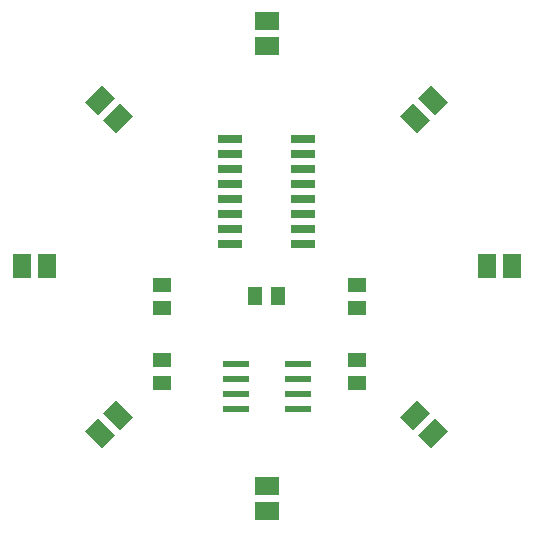
<source format=gtp>
G75*
%MOIN*%
%OFA0B0*%
%FSLAX25Y25*%
%IPPOS*%
%LPD*%
%AMOC8*
5,1,8,0,0,1.08239X$1,22.5*
%
%ADD10R,0.08700X0.02400*%
%ADD11R,0.06299X0.05118*%
%ADD12R,0.05118X0.06299*%
%ADD13R,0.08000X0.02600*%
%ADD14R,0.08000X0.06000*%
%ADD15R,0.06000X0.08000*%
D10*
X0101500Y0059300D03*
X0101500Y0064300D03*
X0101500Y0069300D03*
X0101500Y0074300D03*
X0122100Y0074300D03*
X0122100Y0069300D03*
X0122100Y0064300D03*
X0122100Y0059300D03*
D11*
X0141800Y0068060D03*
X0141800Y0075540D03*
X0141800Y0093060D03*
X0141800Y0100540D03*
X0076800Y0100737D03*
X0076800Y0092863D03*
X0076800Y0075540D03*
X0076800Y0068060D03*
D12*
X0107863Y0096800D03*
X0115737Y0096800D03*
D13*
X0123900Y0114300D03*
X0123900Y0119300D03*
X0123900Y0124300D03*
X0123900Y0129300D03*
X0123900Y0134300D03*
X0123900Y0139300D03*
X0123900Y0144300D03*
X0123900Y0149300D03*
X0099700Y0149300D03*
X0099700Y0144300D03*
X0099700Y0139300D03*
X0099700Y0134300D03*
X0099700Y0129300D03*
X0099700Y0124300D03*
X0099700Y0119300D03*
X0099700Y0114300D03*
D14*
G36*
X0055670Y0056326D02*
X0061326Y0050670D01*
X0057084Y0046428D01*
X0051428Y0052084D01*
X0055670Y0056326D01*
G37*
G36*
X0061516Y0062172D02*
X0067172Y0056516D01*
X0062930Y0052274D01*
X0057274Y0057930D01*
X0061516Y0062172D01*
G37*
X0111800Y0033434D03*
X0111800Y0025166D03*
G36*
X0156428Y0056516D02*
X0162084Y0062172D01*
X0166326Y0057930D01*
X0160670Y0052274D01*
X0156428Y0056516D01*
G37*
G36*
X0162274Y0050670D02*
X0167930Y0056326D01*
X0172172Y0052084D01*
X0166516Y0046428D01*
X0162274Y0050670D01*
G37*
G36*
X0162084Y0151428D02*
X0156428Y0157084D01*
X0160670Y0161326D01*
X0166326Y0155670D01*
X0162084Y0151428D01*
G37*
G36*
X0167930Y0157274D02*
X0162274Y0162930D01*
X0166516Y0167172D01*
X0172172Y0161516D01*
X0167930Y0157274D01*
G37*
X0111800Y0180166D03*
X0111800Y0188434D03*
G36*
X0067172Y0157084D02*
X0061516Y0151428D01*
X0057274Y0155670D01*
X0062930Y0161326D01*
X0067172Y0157084D01*
G37*
G36*
X0061326Y0162930D02*
X0055670Y0157274D01*
X0051428Y0161516D01*
X0057084Y0167172D01*
X0061326Y0162930D01*
G37*
D15*
X0038434Y0106800D03*
X0030166Y0106800D03*
X0185166Y0106800D03*
X0193434Y0106800D03*
M02*

</source>
